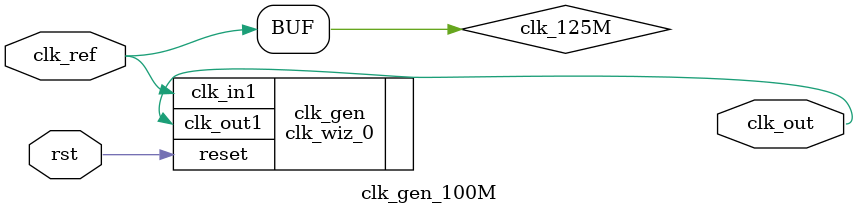
<source format=v>
`timescale 1ns / 1ps

module clk_gen_100M(
    input   clk_ref,   // ±âÁØ Å¬·° ÀÔ·Â
    input   rst,       // ¸®¼Â ½ÅÈ£ ÀÔ·Â
    output  clk_out    // 100 MHz Ãâ·Â Å¬·°
    );

    wire clk_125M = clk_ref;  // ±âÁØ Å¬·°À» clk_125MÀ¸·Î ÇÒ´ç

    // 100 MHz Å¬·°À» »ý¼ºÇÏ±â À§ÇÑ Å¬·° À§Àúµå ÀÎ½ºÅÏ½º
    clk_wiz_0 clk_gen (
        .clk_out1(clk_out),  // »ý¼ºµÈ Ãâ·Â Å¬·°
        .reset(rst),         // ¸®¼Â ½ÅÈ£
        .clk_in1(clk_125M)   // ÀÔ·Â Å¬·°
    );
endmodule

</source>
